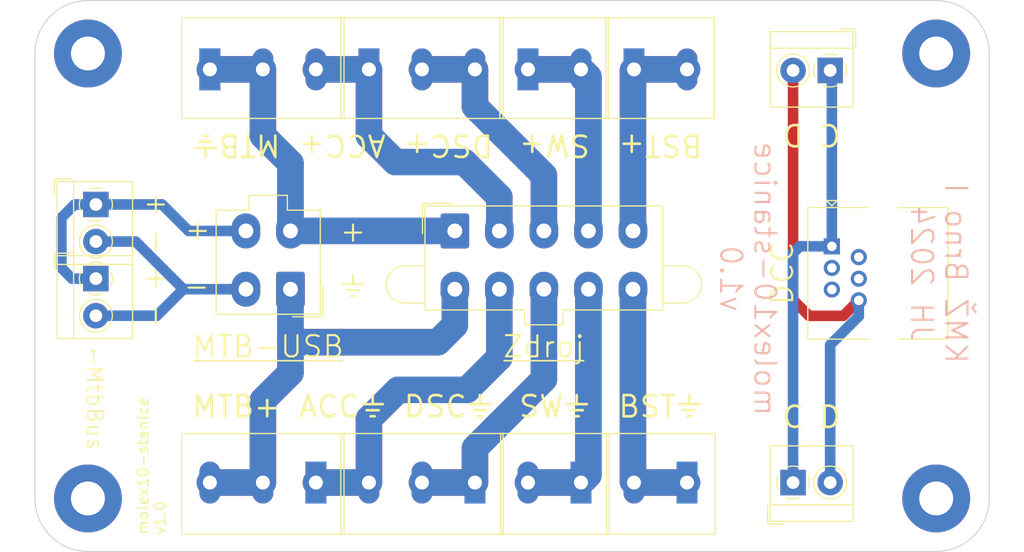
<source format=kicad_pcb>
(kicad_pcb (version 20221018) (generator pcbnew)
  (layers (0 "F.Cu" signal) (31 "B.Cu" signal) (34 "B.Paste" user) (35 "F.Paste" user) (36 "B.SilkS" user "B.Silkscreen") (37 "F.SilkS" user "F.Silkscreen") (38 "B.Mask" user) (39 "F.Mask" user) (44 "Edge.Cuts" user))
  (net 0 "")
  (net 1 "/GND-MTB")
  (net 2 "/ACC")
  (net 3 "/DSC")
  (net 4 "/SWITCH")
  (net 5 "/BOOST+")
  (net 6 "/GND-BOOST")
  (net 7 "/GND-ACC")
  (net 8 "/GND-DSC")
  (net 9 "/MTB")
  (net 10 "/GND-SWITCH")
  (net 11 "/MTBBUS+")
  (net 12 "/MTBBUS-")
  (net 13 "/C")
  (net 18 "/D")
  (footprint "Connector_Molex:Molex_Mini-Fit_Jr_5566-10A2_2x05_P4.20mm_Vertical" (layer "F.Cu") (at 114.1 91.75)
    (fp_text reference "J2" hide)
    (fp_text value "TME 39281103 MOLEX" hide)
    (fp_line (start -4.7 3.28) (end -2.81 3.28) (stroke (width 0.12)) (layer "F.SilkS"))
    (fp_line (start -4.7 6.8) (end -2.81 6.8) (stroke (width 0.12)) (layer "F.SilkS"))
    (fp_line (start -3.05 -2.6) (end -3.05 0.25) (stroke (width 0.12)) (layer "F.SilkS"))
    (fp_line (start -2.81 -2.36) (end -2.81 7.46) (stroke (width 0.12)) (layer "F.SilkS"))
    (fp_line (start -2.81 7.46) (end 6.59 7.46) (stroke (width 0.12)) (layer "F.SilkS"))
    (fp_line (start -0.2 -2.6) (end -3.05 -2.6) (stroke (width 0.12)) (layer "F.SilkS"))
    (fp_line (start 6.59 7.46) (end 6.59 8.86) (stroke (width 0.12)) (layer "F.SilkS"))
    (fp_line (start 6.59 8.86) (end 8.4 8.86) (stroke (width 0.12)) (layer "F.SilkS"))
    (fp_line (start 8.4 -2.36) (end -2.81 -2.36) (stroke (width 0.12)) (layer "F.SilkS"))
    (fp_line (start 8.4 -2.36) (end 19.61 -2.36) (stroke (width 0.12)) (layer "F.SilkS"))
    (fp_line (start 10.21 7.46) (end 10.21 8.86) (stroke (width 0.12)) (layer "F.SilkS"))
    (fp_line (start 10.21 8.86) (end 8.4 8.86) (stroke (width 0.12)) (layer "F.SilkS"))
    (fp_line (start 19.61 -2.36) (end 19.61 7.46) (stroke (width 0.12)) (layer "F.SilkS"))
    (fp_line (start 19.61 7.46) (end 10.21 7.46) (stroke (width 0.12)) (layer "F.SilkS"))
    (fp_line (start 21.5 3.28) (end 19.61 3.28) (stroke (width 0.12)) (layer "F.SilkS"))
    (fp_line (start 21.5 6.8) (end 19.61 6.8) (stroke (width 0.12)) (layer "F.SilkS"))
    (fp_arc (start -4.7 6.8) (mid -6.46 5.04) (end -4.7 3.28) (stroke (width 0.12)) (layer "F.SilkS"))
    (fp_arc (start 21.5 3.28) (mid 23.26 5.04) (end 21.5 6.8) (stroke (width 0.12)) (layer "F.SilkS"))
    (pad "" np_thru_hole circle (at -4.7 5.04) (size 3 3) (drill 3) (layers "*.Cu" "*.Mask"))
    (pad "" np_thru_hole circle (at 21.5 5.04) (size 3 3) (drill 3) (layers "*.Cu" "*.Mask"))
    (pad "1" thru_hole roundrect (at 0 0) (size 2.7 3.3) (drill 1.4) (layers "*.Cu" "*.Mask") (roundrect_rratio 0.092593) (net 1 "/GND-MTB"))
    (pad "2" thru_hole oval (at 4.2 0) (size 2.7 3.3) (drill 1.4) (layers "*.Cu" "*.Mask") (net 2 "/ACC"))
    (pad "3" thru_hole oval (at 8.4 0) (size 2.7 3.3) (drill 1.4) (layers "*.Cu" "*.Mask") (net 3 "/DSC"))
    (pad "4" thru_hole oval (at 12.6 0) (size 2.7 3.3) (drill 1.4) (layers "*.Cu" "*.Mask") (net 4 "/SWITCH"))
    (pad "5" thru_hole oval (at 16.8 0) (size 2.7 3.3) (drill 1.4) (layers "*.Cu" "*.Mask") (net 5 "/BOOST+"))
    (pad "6" thru_hole oval (at 0 5.5) (size 2.7 3.3) (drill 1.4) (layers "*.Cu" "*.Mask") (net 9 "/MTB"))
    (pad "7" thru_hole oval (at 4.2 5.5) (size 2.7 3.3) (drill 1.4) (layers "*.Cu" "*.Mask") (net 7 "/GND-ACC"))
    (pad "8" thru_hole oval (at 8.4 5.5) (size 2.7 3.3) (drill 1.4) (layers "*.Cu" "*.Mask") (net 8 "/GND-DSC"))
    (pad "9" thru_hole oval (at 12.6 5.5) (size 2.7 3.3) (drill 1.4) (layers "*.Cu" "*.Mask") (net 10 "/GND-SWITCH"))
    (pad "10" thru_hole oval (at 16.8 5.5) (size 2.7 3.3) (drill 1.4) (layers "*.Cu" "*.Mask") (net 6 "/GND-BOOST"))
  )
  (footprint "TerminalBlock_4Ucon:TerminalBlock_4Ucon_1x02_P3.50mm_Horizontal" (layer "F.Cu") (at 80.25 89.25 -90)
    (fp_text reference "J10" hide)
    (fp_text value "MV132-3.5-V-L")
    (fp_line (start -2.4 2.16) (end -2.4 3.9) (stroke (width 0.12)) (layer "F.SilkS"))
    (fp_line (start -2.4 3.9) (end -0.9 3.9) (stroke (width 0.12)) (layer "F.SilkS"))
    (fp_line (start -2.16 -3.46) (end -2.16 3.66) (stroke (width 0.12)) (layer "F.SilkS"))
    (fp_line (start -2.16 -3.46) (end 5.66 -3.46) (stroke (width 0.12)) (layer "F.SilkS"))
    (fp_line (start -2.16 2.1) (end 5.66 2.1) (stroke (width 0.12)) (layer "F.SilkS"))
    (fp_line (start -2.16 3.66) (end 5.66 3.66) (stroke (width 0.12)) (layer "F.SilkS"))
    (fp_line (start 5.66 -3.46) (end 5.66 3.66) (stroke (width 0.12)) (layer "F.SilkS"))
    (fp_arc (start -1.432109 0.607742) (mid -1.555727 -0.00014) (end -1.432 -0.608) (stroke (width 0.12)) (layer "F.SilkS"))
    (fp_arc (start -0.607742 -1.432109) (mid 0.00014 -1.555727) (end 0.608 -1.432) (stroke (width 0.12)) (layer "F.SilkS"))
    (fp_arc (start 0.027011 1.555493) (mid -0.296984 1.527118) (end -0.608 1.432) (stroke (width 0.12)) (layer "F.SilkS"))
    (fp_arc (start 0.607587 1.431385) (mid 0.310017 1.523783) (end 0 1.555) (stroke (width 0.12)) (layer "F.SilkS"))
    (fp_arc (start 1.432109 -0.607742) (mid 1.555727 0.00014) (end 1.432 0.608) (stroke (width 0.12)) (layer "F.SilkS"))
    (fp_circle (center 3.5 0) (end 5.055 0) (stroke (width 0.12)) (fill none) (layer "F.SilkS"))
    (pad "1" thru_hole rect (at 0 0 270) (size 2.4 2.4) (drill 1.2) (layers "*.Cu" "*.Mask") (net 11 "/MTBBUS+"))
    (pad "2" thru_hole circle (at 3.5 0 270) (size 2.4 2.4) (drill 1.2) (layers "*.Cu" "*.Mask") (net 12 "/MTBBUS-"))
  )
  (footprint "TerminalBlock_Euroclamp:MVE252-5-V" (layer "F.Cu") (at 133.5 76.5)
    (fp_text reference "J13" hide)
    (fp_text value "MVE252-5-V")
    (fp_line (start -5.15 -4.872) (end 5.07 -4.872) (stroke (width 0.12)) (layer "F.SilkS"))
    (fp_line (start -5.15 4.628) (end -5.15 -4.872) (stroke (width 0.12)) (layer "F.SilkS"))
    (fp_line (start 5.07 -4.872) (end 5.07 4.628) (stroke (width 0.12)) (layer "F.SilkS"))
    (fp_line (start 5.07 4.628) (end -5.15 4.628) (stroke (width 0.12)) (layer "F.SilkS"))
    (pad "1" thru_hole rect (at -2.5 0) (size 1.98 3.96) (drill 1.32) (layers "*.Cu" "*.Mask") (net 5 "/BOOST+"))
    (pad "2" thru_hole oval (at 2.5 0) (size 1.98 3.96) (drill 1.32) (layers "*.Cu" "*.Mask") (net 5 "/BOOST+"))
  )
  (footprint "TerminalBlock_Euroclamp:MVE252-5-V" (layer "F.Cu") (at 123.5 76.5)
    (fp_text reference "J4" hide)
    (fp_text value "MVE252-5-V" hide)
    (fp_line (start -5.15 -4.872) (end 5.07 -4.872) (stroke (width 0.12)) (layer "F.SilkS"))
    (fp_line (start -5.15 4.628) (end -5.15 -4.872) (stroke (width 0.12)) (layer "F.SilkS"))
    (fp_line (start 5.07 -4.872) (end 5.07 4.628) (stroke (width 0.12)) (layer "F.SilkS"))
    (fp_line (start 5.07 4.628) (end -5.15 4.628) (stroke (width 0.12)) (layer "F.SilkS"))
    (pad "1" thru_hole rect (at -2.5 0) (size 1.98 3.96) (drill 1.32) (layers "*.Cu" "*.Mask") (net 4 "/SWITCH"))
    (pad "2" thru_hole oval (at 2.5 0) (size 1.98 3.96) (drill 1.32) (layers "*.Cu" "*.Mask") (net 4 "/SWITCH"))
  )
  (footprint "TerminalBlock_Euroclamp:MVE252-5-V" (layer "F.Cu") (at 133.5 115.5 180)
    (fp_text reference "J15" hide)
    (fp_text value "MVE252-5-V")
    (fp_line (start -5.15 -4.872) (end 5.07 -4.872) (stroke (width 0.12)) (layer "F.SilkS"))
    (fp_line (start -5.15 4.628) (end -5.15 -4.872) (stroke (width 0.12)) (layer "F.SilkS"))
    (fp_line (start 5.07 -4.872) (end 5.07 4.628) (stroke (width 0.12)) (layer "F.SilkS"))
    (fp_line (start 5.07 4.628) (end -5.15 4.628) (stroke (width 0.12)) (layer "F.SilkS"))
    (pad "1" thru_hole rect (at -2.5 0 180) (size 1.98 3.96) (drill 1.32) (layers "*.Cu" "*.Mask") (net 6 "/GND-BOOST"))
    (pad "2" thru_hole oval (at 2.5 0 180) (size 1.98 3.96) (drill 1.32) (layers "*.Cu" "*.Mask") (net 6 "/GND-BOOST"))
  )
  (footprint "TerminalBlock_4Ucon:TerminalBlock_4Ucon_1x02_P3.50mm_Horizontal" (layer "F.Cu") (at 146 115.5)
    (fp_text reference "J8" hide)
    (fp_text value "MV132-3.5-V-L")
    (fp_line (start -2.4 2.16) (end -2.4 3.9) (stroke (width 0.12)) (layer "F.SilkS"))
    (fp_line (start -2.4 3.9) (end -0.9 3.9) (stroke (width 0.12)) (layer "F.SilkS"))
    (fp_line (start -2.16 -3.46) (end -2.16 3.66) (stroke (width 0.12)) (layer "F.SilkS"))
    (fp_line (start -2.16 -3.46) (end 5.66 -3.46) (stroke (width 0.12)) (layer "F.SilkS"))
    (fp_line (start -2.16 2.1) (end 5.66 2.1) (stroke (width 0.12)) (layer "F.SilkS"))
    (fp_line (start -2.16 3.66) (end 5.66 3.66) (stroke (width 0.12)) (layer "F.SilkS"))
    (fp_line (start 5.66 -3.46) (end 5.66 3.66) (stroke (width 0.12)) (layer "F.SilkS"))
    (fp_arc (start -1.432109 0.607742) (mid -1.555727 -0.00014) (end -1.432 -0.608) (stroke (width 0.12)) (layer "F.SilkS"))
    (fp_arc (start -0.607742 -1.432109) (mid 0.00014 -1.555727) (end 0.608 -1.432) (stroke (width 0.12)) (layer "F.SilkS"))
    (fp_arc (start 0.027011 1.555493) (mid -0.296984 1.527118) (end -0.608 1.432) (stroke (width 0.12)) (layer "F.SilkS"))
    (fp_arc (start 0.607587 1.431385) (mid 0.310017 1.523783) (end 0 1.555) (stroke (width 0.12)) (layer "F.SilkS"))
    (fp_arc (start 1.432109 -0.607742) (mid 1.555727 0.00014) (end 1.432 0.608) (stroke (width 0.12)) (layer "F.SilkS"))
    (fp_circle (center 3.5 0) (end 5.055 0) (stroke (width 0.12)) (fill none) (layer "F.SilkS"))
    (pad "1" thru_hole rect (at 0 0) (size 2.4 2.4) (drill 1.2) (layers "*.Cu" "*.Mask") (net 13 "/C"))
    (pad "2" thru_hole circle (at 3.5 0) (size 2.4 2.4) (drill 1.2) (layers "*.Cu" "*.Mask") (net 18 "/D"))
  )
  (footprint "MountingHole:MountingHole_3.2mm_M3_Pad" (layer "F.Cu") (at 79.5 75)
    (fp_text reference "H1" hide)
    (fp_text value "MountingHole-3.2mm")
    (pad "1" thru_hole circle (at 0 0) (size 6.4 6.4) (drill 3.2) (layers "*.Cu" "*.Mask"))
  )
  (footprint "TerminalBlock_4Ucon:TerminalBlock_4Ucon_1x02_P3.50mm_Horizontal" (layer "F.Cu") (at 149.5 76.6 180)
    (fp_text reference "J9" hide)
    (fp_text value "MV132-3.5-V-L")
    (fp_line (start -2.4 2.16) (end -2.4 3.9) (stroke (width 0.12)) (layer "F.SilkS"))
    (fp_line (start -2.4 3.9) (end -0.9 3.9) (stroke (width 0.12)) (layer "F.SilkS"))
    (fp_line (start -2.16 -3.46) (end -2.16 3.66) (stroke (width 0.12)) (layer "F.SilkS"))
    (fp_line (start -2.16 -3.46) (end 5.66 -3.46) (stroke (width 0.12)) (layer "F.SilkS"))
    (fp_line (start -2.16 2.1) (end 5.66 2.1) (stroke (width 0.12)) (layer "F.SilkS"))
    (fp_line (start -2.16 3.66) (end 5.66 3.66) (stroke (width 0.12)) (layer "F.SilkS"))
    (fp_line (start 5.66 -3.46) (end 5.66 3.66) (stroke (width 0.12)) (layer "F.SilkS"))
    (fp_arc (start -1.432109 0.607742) (mid -1.555727 -0.00014) (end -1.432 -0.608) (stroke (width 0.12)) (layer "F.SilkS"))
    (fp_arc (start -0.607742 -1.432109) (mid 0.00014 -1.555727) (end 0.608 -1.432) (stroke (width 0.12)) (layer "F.SilkS"))
    (fp_arc (start 0.027011 1.555493) (mid -0.296984 1.527118) (end -0.608 1.432) (stroke (width 0.12)) (layer "F.SilkS"))
    (fp_arc (start 0.607587 1.431385) (mid 0.310017 1.523783) (end 0 1.555) (stroke (width 0.12)) (layer "F.SilkS"))
    (fp_arc (start 1.432109 -0.607742) (mid 1.555727 0.00014) (end 1.432 0.608) (stroke (width 0.12)) (layer "F.SilkS"))
    (fp_circle (center 3.5 0) (end 5.055 0) (stroke (width 0.12)) (fill none) (layer "F.SilkS"))
    (pad "1" thru_hole rect (at 0 0 180) (size 2.4 2.4) (drill 1.2) (layers "*.Cu" "*.Mask") (net 13 "/C"))
    (pad "2" thru_hole circle (at 3.5 0 180) (size 2.4 2.4) (drill 1.2) (layers "*.Cu" "*.Mask") (net 18 "/D"))
  )
  (footprint "TerminalBlock_Euroclamp:MVE252-5-V" (layer "F.Cu") (at 123.5 115.5 180)
    (fp_text reference "J14" hide)
    (fp_text value "MVE252-5-V")
    (fp_line (start -5.15 -4.872) (end 5.07 -4.872) (stroke (width 0.12)) (layer "F.SilkS"))
    (fp_line (start -5.15 4.628) (end -5.15 -4.872) (stroke (width 0.12)) (layer "F.SilkS"))
    (fp_line (start 5.07 -4.872) (end 5.07 4.628) (stroke (width 0.12)) (layer "F.SilkS"))
    (fp_line (start 5.07 4.628) (end -5.15 4.628) (stroke (width 0.12)) (layer "F.SilkS"))
    (pad "1" thru_hole rect (at -2.5 0 180) (size 1.98 3.96) (drill 1.32) (layers "*.Cu" "*.Mask") (net 10 "/GND-SWITCH"))
    (pad "2" thru_hole oval (at 2.5 0 180) (size 1.98 3.96) (drill 1.32) (layers "*.Cu" "*.Mask") (net 10 "/GND-SWITCH"))
  )
  (footprint "TerminalBlock_Euroclamp:MVE253-5-V" (layer "F.Cu") (at 96 76.5)
    (fp_text reference "J1" hide)
    (fp_text value "MVE253-5-V" hide)
    (fp_line (start -7.65 -4.872) (end 7.65 -4.872) (stroke (width 0.12)) (layer "F.SilkS"))
    (fp_line (start -7.65 4.628) (end -7.65 -4.872) (stroke (width 0.12)) (layer "F.SilkS"))
    (fp_line (start 7.65 -4.872) (end 7.65 4.628) (stroke (width 0.12)) (layer "F.SilkS"))
    (fp_line (start 7.65 4.628) (end -7.65 4.628) (stroke (width 0.12)) (layer "F.SilkS"))
    (pad "1" thru_hole rect (at -5 0) (size 1.98 3.96) (drill 1.32) (layers "*.Cu" "*.Mask") (net 1 "/GND-MTB"))
    (pad "2" thru_hole oval (at 0 0) (size 1.98 3.96) (drill 1.32) (layers "*.Cu" "*.Mask") (net 1 "/GND-MTB"))
    (pad "3" thru_hole oval (at 5 0) (size 1.98 3.96) (drill 1.32) (layers "*.Cu" "*.Mask") (net 2 "/ACC"))
  )
  (footprint "TerminalBlock_Euroclamp:MVE253-5-V" (layer "F.Cu") (at 96 115.5 180)
    (fp_text reference "J3" hide)
    (fp_text value "MVE253-5-V")
    (fp_line (start -7.65 -4.872) (end 7.65 -4.872) (stroke (width 0.12)) (layer "F.SilkS"))
    (fp_line (start -7.65 4.628) (end -7.65 -4.872) (stroke (width 0.12)) (layer "F.SilkS"))
    (fp_line (start 7.65 -4.872) (end 7.65 4.628) (stroke (width 0.12)) (layer "F.SilkS"))
    (fp_line (start 7.65 4.628) (end -7.65 4.628) (stroke (width 0.12)) (layer "F.SilkS"))
    (pad "1" thru_hole rect (at -5 0 180) (size 1.98 3.96) (drill 1.32) (layers "*.Cu" "*.Mask") (net 7 "/GND-ACC"))
    (pad "2" thru_hole oval (at 0 0 180) (size 1.98 3.96) (drill 1.32) (layers "*.Cu" "*.Mask") (net 9 "/MTB"))
    (pad "3" thru_hole oval (at 5 0 180) (size 1.98 3.96) (drill 1.32) (layers "*.Cu" "*.Mask") (net 9 "/MTB"))
  )
  (footprint "Connector_Molex:Molex_Mini-Fit_Jr_5566-04A_2x02_P4.20mm_Vertical" (layer "F.Cu") (at 98.6 97.25 180)
    (fp_text reference "J6" hide)
    (fp_text value "TME 39281043 MOLEX")
    (fp_line (start -3.05 -2.6) (end -3.05 0.25) (stroke (width 0.12)) (layer "F.SilkS"))
    (fp_line (start -2.81 -2.36) (end -2.81 7.46) (stroke (width 0.12)) (layer "F.SilkS"))
    (fp_line (start -2.81 7.46) (end 0.29 7.46) (stroke (width 0.12)) (layer "F.SilkS"))
    (fp_line (start -0.2 -2.6) (end -3.05 -2.6) (stroke (width 0.12)) (layer "F.SilkS"))
    (fp_line (start 0.29 7.46) (end 0.29 8.86) (stroke (width 0.12)) (layer "F.SilkS"))
    (fp_line (start 0.29 8.86) (end 2.1 8.86) (stroke (width 0.12)) (layer "F.SilkS"))
    (fp_line (start 2.1 -2.36) (end -2.81 -2.36) (stroke (width 0.12)) (layer "F.SilkS"))
    (fp_line (start 2.1 -2.36) (end 7.01 -2.36) (stroke (width 0.12)) (layer "F.SilkS"))
    (fp_line (start 3.91 7.46) (end 3.91 8.86) (stroke (width 0.12)) (layer "F.SilkS"))
    (fp_line (start 3.91 8.86) (end 2.1 8.86) (stroke (width 0.12)) (layer "F.SilkS"))
    (fp_line (start 7.01 -2.36) (end 7.01 7.46) (stroke (width 0.12)) (layer "F.SilkS"))
    (fp_line (start 7.01 7.46) (end 3.91 7.46) (stroke (width 0.12)) (layer "F.SilkS"))
    (pad "1" thru_hole roundrect (at 0 0 180) (size 2.7 3.3) (drill 1.4) (layers "*.Cu" "*.Mask") (roundrect_rratio 0.092593) (net 9 "/MTB"))
    (pad "2" thru_hole oval (at 4.2 0 180) (size 2.7 3.3) (drill 1.4) (layers "*.Cu" "*.Mask") (net 12 "/MTBBUS-"))
    (pad "3" thru_hole oval (at 0 5.5 180) (size 2.7 3.3) (drill 1.4) (layers "*.Cu" "*.Mask") (net 1 "/GND-MTB"))
    (pad "4" thru_hole oval (at 4.2 5.5 180) (size 2.7 3.3) (drill 1.4) (layers "*.Cu" "*.Mask") (net 11 "/MTBBUS+"))
  )
  (footprint "MountingHole:MountingHole_3.2mm_M3_Pad" (layer "F.Cu") (at 159.5 75)
    (fp_text reference "H4" hide)
    (fp_text value "MountingHole-3.2mm")
    (pad "1" thru_hole circle (at 0 0) (size 6.4 6.4) (drill 3.2) (layers "*.Cu" "*.Mask"))
  )
  (footprint "TerminalBlock_Euroclamp:MVE253-5-V" (layer "F.Cu") (at 111 115.5 180)
    (fp_text reference "J5" hide)
    (fp_text value "MVE253-5-V" hide)
    (fp_line (start -7.65 -4.872) (end 7.65 -4.872) (stroke (width 0.12)) (layer "F.SilkS"))
    (fp_line (start -7.65 4.628) (end -7.65 -4.872) (stroke (width 0.12)) (layer "F.SilkS"))
    (fp_line (start 7.65 -4.872) (end 7.65 4.628) (stroke (width 0.12)) (layer "F.SilkS"))
    (fp_line (start 7.65 4.628) (end -7.65 4.628) (stroke (width 0.12)) (layer "F.SilkS"))
    (pad "1" thru_hole rect (at -5 0 180) (size 1.98 3.96) (drill 1.32) (layers "*.Cu" "*.Mask") (net 8 "/GND-DSC"))
    (pad "2" thru_hole oval (at 0 0 180) (size 1.98 3.96) (drill 1.32) (layers "*.Cu" "*.Mask") (net 8 "/GND-DSC"))
    (pad "3" thru_hole oval (at 5 0 180) (size 1.98 3.96) (drill 1.32) (layers "*.Cu" "*.Mask") (net 7 "/GND-ACC"))
  )
  (footprint "TerminalBlock_4Ucon:TerminalBlock_4Ucon_1x02_P3.50mm_Horizontal" (layer "F.Cu") (at 80.25 96.25 -90)
    (fp_text reference "J11" hide)
    (fp_text value "MV132-3.5-V-L")
    (fp_line (start -2.4 2.16) (end -2.4 3.9) (stroke (width 0.12)) (layer "F.SilkS"))
    (fp_line (start -2.4 3.9) (end -0.9 3.9) (stroke (width 0.12)) (layer "F.SilkS"))
    (fp_line (start -2.16 -3.46) (end -2.16 3.66) (stroke (width 0.12)) (layer "F.SilkS"))
    (fp_line (start -2.16 -3.46) (end 5.66 -3.46) (stroke (width 0.12)) (layer "F.SilkS"))
    (fp_line (start -2.16 2.1) (end 5.66 2.1) (stroke (width 0.12)) (layer "F.SilkS"))
    (fp_line (start -2.16 3.66) (end 5.66 3.66) (stroke (width 0.12)) (layer "F.SilkS"))
    (fp_line (start 5.66 -3.46) (end 5.66 3.66) (stroke (width 0.12)) (layer "F.SilkS"))
    (fp_arc (start -1.432109 0.607742) (mid -1.555727 -0.00014) (end -1.432 -0.608) (stroke (width 0.12)) (layer "F.SilkS"))
    (fp_arc (start -0.607742 -1.432109) (mid 0.00014 -1.555727) (end 0.608 -1.432) (stroke (width 0.12)) (layer "F.SilkS"))
    (fp_arc (start 0.027011 1.555493) (mid -0.296984 1.527118) (end -0.608 1.432) (stroke (width 0.12)) (layer "F.SilkS"))
    (fp_arc (start 0.607587 1.431385) (mid 0.310017 1.523783) (end 0 1.555) (stroke (width 0.12)) (layer "F.SilkS"))
    (fp_arc (start 1.432109 -0.607742) (mid 1.555727 0.00014) (end 1.432 0.608) (stroke (width 0.12)) (layer "F.SilkS"))
    (fp_circle (center 3.5 0) (end 5.055 0) (stroke (width 0.12)) (fill none) (layer "F.SilkS"))
    (pad "1" thru_hole rect (at 0 0 270) (size 2.4 2.4) (drill 1.2) (layers "*.Cu" "*.Mask") (net 11 "/MTBBUS+"))
    (pad "2" thru_hole circle (at 3.5 0 270) (size 2.4 2.4) (drill 1.2) (layers "*.Cu" "*.Mask") (net 12 "/MTBBUS-"))
  )
  (footprint "MountingHole:MountingHole_3.2mm_M3_Pad" (layer "F.Cu") (at 159.5 117)
    (fp_text reference "H2" hide)
    (fp_text value "MountingHole-3.2mm")
    (pad "1" thru_hole circle (at 0 0) (size 6.4 6.4) (drill 3.2) (layers "*.Cu" "*.Mask"))
  )
  (footprint "TerminalBlock_Euroclamp:MVE253-5-V" (layer "F.Cu") (at 111 76.5)
    (fp_text reference "J12" hide)
    (fp_text value "MVE253-5-V")
    (fp_line (start -7.65 -4.872) (end 7.65 -4.872) (stroke (width 0.12)) (layer "F.SilkS"))
    (fp_line (start -7.65 4.628) (end -7.65 -4.872) (stroke (width 0.12)) (layer "F.SilkS"))
    (fp_line (start 7.65 -4.872) (end 7.65 4.628) (stroke (width 0.12)) (layer "F.SilkS"))
    (fp_line (start 7.65 4.628) (end -7.65 4.628) (stroke (width 0.12)) (layer "F.SilkS"))
    (pad "1" thru_hole rect (at -5 0) (size 1.98 3.96) (drill 1.32) (layers "*.Cu" "*.Mask") (net 2 "/ACC"))
    (pad "2" thru_hole oval (at 0 0) (size 1.98 3.96) (drill 1.32) (layers "*.Cu" "*.Mask") (net 3 "/DSC"))
    (pad "3" thru_hole oval (at 5 0) (size 1.98 3.96) (drill 1.32) (layers "*.Cu" "*.Mask") (net 3 "/DSC"))
  )
  (footprint "MountingHole:MountingHole_3.2mm_M3_Pad" (layer "F.Cu") (at 79.5 117)
    (fp_text reference "H3" hide)
    (fp_text value "MountingHole-3.2mm")
    (pad "1" thru_hole circle (at 0 0) (size 6.4 6.4) (drill 3.2) (layers "*.Cu" "*.Mask"))
  )
  (footprint "Connector_RJ:RJ25_Wayconn_MJEA-660X1_Horizontal" (layer "F.Cu") (at 149.66 93.2 90)
    (fp_text reference "J7" hide)
    (fp_text value "RJ12")
    (fp_line (start -8.76 -2.27) (end -8.76 3.47) (stroke (width 0.12)) (layer "F.SilkS"))
    (fp_line (start -8.76 -2.27) (end 3.66 -2.27) (stroke (width 0.12)) (layer "F.SilkS"))
    (fp_line (start -8.76 6.22) (end -8.76 10.95) (stroke (width 0.12)) (layer "F.SilkS"))
    (fp_line (start -8.76 10.95) (end 3.66 10.95) (stroke (width 0.12)) (layer "F.SilkS"))
    (fp_line (start 3.66 -2.27) (end 3.66 3.47) (stroke (width 0.12)) (layer "F.SilkS"))
    (fp_line (start 3.66 6.22) (end 3.66 10.95) (stroke (width 0.12)) (layer "F.SilkS"))
    (fp_line (start 3.82 0) (end 4.32 0.5) (stroke (width 0.12)) (layer "F.SilkS"))
    (fp_line (start 4.32 -0.5) (end 3.82 0) (stroke (width 0.12)) (layer "F.SilkS"))
    (fp_line (start 4.32 -0.5) (end 4.32 0.5) (stroke (width 0.12)) (layer "F.SilkS"))
    (pad "" np_thru_hole circle (at -8.55 4.84 90) (size 2.3 2.3) (drill 2.3) (layers "*.Cu" "*.Mask"))
    (pad "" np_thru_hole circle (at 3.45 4.84 90) (size 2.3 2.3) (drill 2.3) (layers "*.Cu" "*.Mask"))
    (pad "1" thru_hole rect (at 0 0 90) (size 1.52 1.52) (drill 0.9) (layers "*.Cu" "*.Mask") (net 13 "/C"))
    (pad "2" thru_hole circle (at -1.02 2.54 90) (size 1.52 1.52) (drill 0.9) (layers "*.Cu" "*.Mask"))
    (pad "3" thru_hole circle (at -2.04 0 90) (size 1.52 1.52) (drill 0.9) (layers "*.Cu" "*.Mask"))
    (pad "4" thru_hole circle (at -3.06 2.54 90) (size 1.52 1.52) (drill 0.9) (layers "*.Cu" "*.Mask"))
    (pad "5" thru_hole circle (at -4.08 0 90) (size 1.52 1.52) (drill 0.9) (layers "*.Cu" "*.Mask"))
    (pad "6" thru_hole circle (at -5.1 2.54 90) (size 1.52 1.52) (drill 0.9) (layers "*.Cu" "*.Mask") (net 18 "/D"))
  )
  (gr_line (start 89.5 104) (end 103.5 104) (stroke (width 0.15)) (layer "F.SilkS"))
  (gr_line (start 118.75 104) (end 126.25 104) (stroke (width 0.15)) (layer "F.SilkS"))
  (gr_arc (start 159.5 70) (mid 163.035534 71.464466) (end 164.5 75) (stroke (width 0.1)) (layer "Edge.Cuts"))
  (gr_arc (start 74.5 75) (mid 75.964466 71.464466) (end 79.5 70) (stroke (width 0.1)) (layer "Edge.Cuts"))
  (gr_line (start 159.5 122) (end 79.5 122) (stroke (width 0.1)) (layer "Edge.Cuts"))
  (gr_line (start 74.5 117) (end 74.5 75) (stroke (width 0.1)) (layer "Edge.Cuts"))
  (gr_line (start 79.5 70) (end 159.5 70) (stroke (width 0.1)) (layer "Edge.Cuts"))
  (gr_line (start 164.5 75) (end 164.5 117) (stroke (width 0.1)) (layer "Edge.Cuts"))
  (gr_arc (start 79.5 122) (mid 75.964466 120.535534) (end 74.5 117) (stroke (width 0.1)) (layer "Edge.Cuts"))
  (gr_arc (start 164.5 117) (mid 163.035534 120.535534) (end 159.5 122) (stroke (width 0.1)) (layer "Edge.Cuts"))
  (gr_text "KMŽ Brno I\nJH 2024" (at 159.75 95.75 270) (layer "B.SilkS") (effects (font (size 2 2) (thickness 0.2)) (justify mirror)))
  (gr_text "molex10-stanice\nv1.0" (at 141.75 96.25 270) (layer "B.SilkS") (effects (font (size 2 2) (thickness 0.2)) (justify mirror)))
  (gr_text "+" (at 85.75 89.25 90) (layer "F.SilkS") (effects (font (size 2 2) (thickness 0.2))))
  (gr_text "+" (at 85.75 96.25 90) (layer "F.SilkS") (effects (font (size 2 2) (thickness 0.2))))
  (gr_text "-" (at 89.75 97.25 180) (layer "F.SilkS") (effects (font (size 2 2) (thickness 0.2))))
  (gr_text "DCC" (at 145 95.75 90) (layer "F.SilkS") (effects (font (size 2 2) (thickness 0.2))))
  (gr_text "ACC⏚" (at 103.5 109.5) (layer "F.SilkS") (effects (font (size 2 2) (thickness 0.25)) (justify bottom)))
  (gr_text "MTB⏚" (at 93.5 82.5 180) (layer "F.SilkS") (effects (font (size 2 2) (thickness 0.25)) (justify bottom)))
  (gr_text "DSC+" (at 113.5 82.5 180) (layer "F.SilkS") (effects (font (size 2 2) (thickness 0.25)) (justify bottom)))
  (gr_text "MTB+" (at 93.5 109.5) (layer "F.SilkS") (effects (font (size 2 2) (thickness 0.25)) (justify bottom)))
  (gr_text "D" (at 146 81.5 180) (layer "F.SilkS") (effects (font (size 2 2) (thickness 0.25)) (justify bottom)))
  (gr_text "BST⏚" (at 133.5 109.5) (layer "F.SilkS") (effects (font (size 2 2) (thickness 0.25)) (justify bottom)))
  (gr_text "BST+" (at 133.5 82.5 180) (layer "F.SilkS") (effects (font (size 2 2) (thickness 0.25)) (justify bottom)))
  (gr_text "MTB-USB" (at 96.5 101.5) (layer "F.SilkS") (effects (font (size 2 2) (thickness 0.2)) (justify top)))
  (gr_text "←MtbBus" (at 80.15 102.5 270) (layer "F.SilkS") (effects (font (size 1.5 1.5)) (justify left)))
  (gr_text "SW+" (at 123.5 82.5 180) (layer "F.SilkS") (effects (font (size 2 2) (thickness 0.25)) (justify bottom)))
  (gr_text "Zdroj" (at 122.5 101.5) (layer "F.SilkS") (effects (font (size 2 2) (thickness 0.2)) (justify top)))
  (gr_text "+" (at 104.5 91.75) (layer "F.SilkS") (effects (font (size 2 2) (thickness 0.2))))
  (gr_text "molex10-stanice\nv1.0" (at 85.5 120.5 90) (layer "F.SilkS") (effects (font (size 1 1)) (justify left)))
  (gr_text "D" (at 149.5 110.5) (layer "F.SilkS") (effects (font (size 2 2) (thickness 0.25)) (justify bottom)))
  (gr_text "SW⏚" (at 123.5 109.5) (layer "F.SilkS") (effects (font (size 2 2) (thickness 0.25)) (justify bottom)))
  (gr_text "C" (at 149.5 81.5 180) (layer "F.SilkS") (effects (font (size 2 2) (thickness 0.25)) (justify bottom)))
  (gr_text "⏚" (at 104.5 97) (layer "F.SilkS") (effects (font (size 2 2) (thickness 0.2))))
  (gr_text "ACC+" (at 103.5 82.5 180) (layer "F.SilkS") (effects (font (size 2 2) (thickness 0.25)) (justify bottom)))
  (gr_text "+" (at 90 91.75 -90) (layer "F.SilkS") (effects (font (size 2 2) (thickness 0.2))))
  (gr_text "-" (at 85.75 92.75 90) (layer "F.SilkS") (effects (font (size 2 2) (thickness 0.2))))
  (gr_text "DSC⏚" (at 113.5 109.5) (layer "F.SilkS") (effects (font (size 2 2) (thickness 0.25)) (justify bottom)))
  (gr_text "-" (at 85.75 99.75 90) (layer "F.SilkS") (effects (font (size 2 2) (thickness 0.2))))
  (gr_text "C" (at 146 110.5) (layer "F.SilkS") (effects (font (size 2 2) (thickness 0.25)) (justify bottom)))
  (segment (start 98.6 85.35) (end 96 82.75) (width 2.5) (layer "F.Cu") (net 1))
  (segment (start 114.1 91.75) (end 98.6 91.75) (width 2.5) (layer "F.Cu") (net 1))
  (segment (start 96 82.75) (end 96 76.5) (width 2.5) (layer "F.Cu") (net 1))
  (segment (start 91 76.5) (end 96 76.5) (width 2.5) (layer "F.Cu") (net 1))
  (segment (start 98.6 91.75) (end 98.6 85.35) (width 2.5) (layer "F.Cu") (net 1))
  (segment (start 114.1 91.75) (end 98.6 91.75) (width 2.5) (layer "B.Cu") (net 1))
  (segment (start 98.6 91.75) (end 98.6 85.35) (width 2.5) (layer "B.Cu") (net 1))
  (segment (start 96 82.75) (end 96 76.5) (width 2.5) (layer "B.Cu") (net 1))
  (segment (start 91 76.5) (end 96 76.5) (width 2.5) (layer "B.Cu") (net 1))
  (segment (start 98.6 85.35) (end 96 82.75) (width 2.5) (layer "B.Cu") (net 1))
  (segment (start 118.3 88.55) (end 115 85.25) (width 2.5) (layer "F.Cu") (net 2))
  (segment (start 115 85.25) (end 108.5 85.25) (width 2.5) (layer "F.Cu") (net 2))
  (segment (start 106 82.75) (end 106 76.5) (width 2.5) (layer "F.Cu") (net 2))
  (segment (start 108.5 85.25) (end 106 82.75) (width 2.5) (layer "F.Cu") (net 2))
  (segment (start 101 76.5) (end 106 76.5) (width 2.5) (layer "F.Cu") (net 2))
  (segment (start 118.3 91.75) (end 118.3 88.55) (width 2.5) (layer "F.Cu") (net 2))
  (segment (start 106 82.75) (end 106 76.5) (width 2.5) (layer "B.Cu") (net 2))
  (segment (start 108.5 85.25) (end 106 82.75) (width 2.5) (layer "B.Cu") (net 2))
  (segment (start 118.3 88.55) (end 115 85.25) (width 2.5) (layer "B.Cu") (net 2))
  (segment (start 115 85.25) (end 108.5 85.25) (width 2.5) (layer "B.Cu") (net 2))
  (segment (start 118.3 91.75) (end 118.3 88.55) (width 2.5) (layer "B.Cu") (net 2))
  (segment (start 101 76.5) (end 106 76.5) (width 2.5) (layer "B.Cu") (net 2))
  (segment (start 122.5 86.5) (end 116 80) (width 2.5) (layer "F.Cu") (net 3))
  (segment (start 116 80) (end 116 76.5) (width 2.5) (layer "F.Cu") (net 3))
  (segment (start 122.5 91.75) (end 122.5 86.5) (width 2.5) (layer "F.Cu") (net 3))
  (segment (start 111 76.5) (end 116 76.5) (width 2.5) (layer "F.Cu") (net 3))
  (segment (start 111 76.5) (end 116 76.5) (width 2.5) (layer "B.Cu") (net 3))
  (segment (start 116 80) (end 116 76.5) (width 2.5) (layer "B.Cu") (net 3))
  (segment (start 122.5 91.75) (end 122.5 86.5) (width 2.5) (layer "B.Cu") (net 3))
  (segment (start 122.5 86.5) (end 116 80) (width 2.5) (layer "B.Cu") (net 3))
  (segment (start 121 76.5) (end 126 76.5) (width 2.5) (layer "F.Cu") (net 4))
  (segment (start 126.7 91.75) (end 126.7 77.2) (width 2.5) (layer "F.Cu") (net 4))
  (segment (start 126.7 77.2) (end 126 76.5) (width 2.5) (layer "F.Cu") (net 4))
  (segment (start 126.7 91.75) (end 126.7 77.2) (width 2.5) (layer "B.Cu") (net 4))
  (segment (start 121 76.5) (end 126 76.5) (width 2.5) (layer "B.Cu") (net 4))
  (segment (start 126.7 77.2) (end 126 76.5) (width 2.5) (layer "B.Cu") (net 4))
  (segment (start 130.9 76.6) (end 131 76.5) (width 2.5) (layer "F.Cu") (net 5))
  (segment (start 131 76.5) (end 136 76.5) (width 2.5) (layer "F.Cu") (net 5))
  (segment (start 130.9 91.75) (end 130.9 76.6) (width 2.5) (layer "F.Cu") (net 5))
  (segment (start 130.9 76.6) (end 131 76.5) (width 2.5) (layer "B.Cu") (net 5))
  (segment (start 131 76.5) (end 136 76.5) (width 2.5) (layer "B.Cu") (net 5))
  (segment (start 130.9 91.75) (end 130.9 76.6) (width 2.5) (layer "B.Cu") (net 5))
  (segment (start 136 115.5) (end 131.75 115.5) (width 2.5) (layer "F.Cu") (net 6))
  (segment (start 130.9 97.25) (end 130.9 115.4) (width 2.5) (layer "F.Cu") (net 6))
  (segment (start 130.9 115.4) (end 131 115.5) (width 2.5) (layer "F.Cu") (net 6))
  (segment (start 130.9 115.4) (end 131 115.5) (width 2.5) (layer "B.Cu") (net 6))
  (segment (start 130.9 97.25) (end 130.9 115.4) (width 2.5) (layer "B.Cu") (net 6))
  (segment (start 136 115.5) (end 131.75 115.5) (width 2.5) (layer "B.Cu") (net 6))
  (segment (start 115.25 106.75) (end 108.75 106.75) (width 2.5) (layer "F.Cu") (net 7))
  (segment (start 118.3 103.7) (end 115.25 106.75) (width 2.5) (layer "F.Cu") (net 7))
  (segment (start 106 109.5) (end 106 115.5) (width 2.5) (layer "F.Cu") (net 7))
  (segment (start 101 115.5) (end 106 115.5) (width 2.5) (layer "F.Cu") (net 7))
  (segment (start 118.3 97.25) (end 118.3 103.7) (width 2.5) (layer "F.Cu") (net 7))
  (segment (start 108.75 106.75) (end 106 109.5) (width 2.5) (layer "F.Cu") (net 7))
  (segment (start 101 115.5) (end 106 115.5) (width 2.5) (layer "B.Cu") (net 7))
  (segment (start 106 109.5) (end 106 115.5) (width 2.5) (layer "B.Cu") (net 7))
  (segment (start 108.75 106.75) (end 106 109.5) (width 2.5) (layer "B.Cu") (net 7))
  (segment (start 115.25 106.75) (end 108.75 106.75) (width 2.5) (layer "B.Cu") (net 7))
  (segment (start 118.3 103.7) (end 115.25 106.75) (width 2.5) (layer "B.Cu") (net 7))
  (segment (start 118.3 97.25) (end 118.3 103.7) (width 2.5) (layer "B.Cu") (net 7))
  (segment (start 122.5 97.25) (end 122.5 105.75) (width 2.5) (layer "F.Cu") (net 8))
  (segment (start 111 115.5) (end 116 115.5) (width 2.5) (layer "F.Cu") (net 8))
  (segment (start 122.5 105.75) (end 116 112.25) (width 2.5) (layer "F.Cu") (net 8))
  (segment (start 116 112.25) (end 116 115.5) (width 2.5) (layer "F.Cu") (net 8))
  (segment (start 116 112.25) (end 116 115.5) (width 2.5) (layer "B.Cu") (net 8))
  (segment (start 122.5 105.75) (end 116 112.25) (width 2.5) (layer "B.Cu") (net 8))
  (segment (start 122.5 97.25) (end 122.5 105.75) (width 2.5) (layer "B.Cu") (net 8))
  (segment (start 111 115.5) (end 116 115.5) (width 2.5) (layer "B.Cu") (net 8))
  (segment (start 96 115.5) (end 96 107.75) (width 2.5) (layer "F.Cu") (net 9))
  (segment (start 98.6 105.15) (end 98.6 102.25) (width 2.5) (layer "F.Cu") (net 9))
  (segment (start 114.1 100.65) (end 112.5 102.25) (width 2.5) (layer "F.Cu") (net 9))
  (segment (start 96 107.75) (end 98.6 105.15) (width 2.5) (layer "F.Cu") (net 9))
  (segment (start 96 115.5) (end 91 115.5) (width 2.5) (layer "F.Cu") (net 9))
  (segment (start 98.6 102.25) (end 98.6 97.25) (width 2.5) (layer "F.Cu") (net 9))
  (segment (start 114.1 97.25) (end 114.1 100.65) (width 2.5) (layer "F.Cu") (net 9))
  (segment (start 112.5 102.25) (end 98.6 102.25) (width 2.5) (layer "F.Cu") (net 9))
  (segment (start 96 115.5) (end 96 107.75) (width 2.5) (layer "B.Cu") (net 9))
  (segment (start 98.6 102.25) (end 98.6 97.25) (width 2.5) (layer "B.Cu") (net 9))
  (segment (start 112.5 102.25) (end 98.6 102.25) (width 2.5) (layer "B.Cu") (net 9))
  (segment (start 96 115.5) (end 91 115.5) (width 2.5) (layer "B.Cu") (net 9))
  (segment (start 114.1 100.65) (end 112.5 102.25) (width 2.5) (layer "B.Cu") (net 9))
  (segment (start 114.1 97.25) (end 114.1 100.65) (width 2.5) (layer "B.Cu") (net 9))
  (segment (start 98.6 105.15) (end 98.6 102.25) (width 2.5) (layer "B.Cu") (net 9))
  (segment (start 96 107.75) (end 98.6 105.15) (width 2.5) (layer "B.Cu") (net 9))
  (segment (start 126.7 97.25) (end 126.7 114.8) (width 2.5) (layer "F.Cu") (net 10))
  (segment (start 126 115.5) (end 121 115.5) (width 2.5) (layer "F.Cu") (net 10))
  (segment (start 126.7 114.8) (end 126 115.5) (width 2.5) (layer "F.Cu") (net 10))
  (segment (start 126.7 97.25) (end 126.7 114.8) (width 2.5) (layer "B.Cu") (net 10))
  (segment (start 126 115.5) (end 121 115.5) (width 2.5) (layer "B.Cu") (net 10))
  (segment (start 126.7 114.8) (end 126 115.5) (width 2.5) (layer "B.Cu") (net 10))
  (segment (start 78 96.25) (end 77 95.25) (width 1) (layer "B.Cu") (net 11))
  (segment (start 77 90.5) (end 78.25 89.25) (width 1) (layer "B.Cu") (net 11))
  (segment (start 77 95.25) (end 77 90.5) (width 1) (layer "B.Cu") (net 11))
  (segment (start 78.25 89.25) (end 80.25 89.25) (width 1) (layer "B.Cu") (net 11))
  (segment (start 89 91.75) (end 86.5 89.25) (width 1) (layer "B.Cu") (net 11))
  (segment (start 94.4 91.75) (end 89 91.75) (width 1) (layer "B.Cu") (net 11))
  (segment (start 86.5 89.25) (end 80.25 89.25) (width 1) (layer "B.Cu") (net 11))
  (segment (start 80.25 96.25) (end 78 96.25) (width 1) (layer "B.Cu") (net 11))
  (segment (start 86 99.75) (end 88.5 97.25) (width 1) (layer "B.Cu") (net 12))
  (segment (start 88.5 97.25) (end 84 92.75) (width 1) (layer "B.Cu") (net 12))
  (segment (start 84 92.75) (end 80.25 92.75) (width 1) (layer "B.Cu") (net 12))
  (segment (start 94.4 97.25) (end 88.5 97.25) (width 1) (layer "B.Cu") (net 12))
  (segment (start 80.25 99.75) (end 86 99.75) (width 1) (layer "B.Cu") (net 12))
  (segment (start 146 115.5) (end 146 93.84) (width 1) (layer "B.Cu") (net 13))
  (segment (start 149.5 76.6) (end 149.66 76.76) (width 1) (layer "B.Cu") (net 13))
  (segment (start 146 93.84) (end 146.64 93.2) (width 1) (layer "B.Cu") (net 13))
  (segment (start 146.64 93.2) (end 149.66 93.2) (width 1) (layer "B.Cu") (net 13))
  (segment (start 149.66 76.76) (end 149.66 93.2) (width 1) (layer "B.Cu") (net 13))
  (segment (start 147.5 99.76) (end 146 98.26) (width 1) (layer "F.Cu") (net 18))
  (segment (start 146 98.26) (end 146 76.6) (width 1) (layer "F.Cu") (net 18))
  (segment (start 150.74 99.76) (end 147.5 99.76) (width 1) (layer "F.Cu") (net 18))
  (segment (start 152.2 98.3) (end 150.74 99.76) (width 1) (layer "F.Cu") (net 18))
  (segment (start 149.5 102.5) (end 149.5 115.5) (width 1) (layer "B.Cu") (net 18))
  (segment (start 152.2 98.3) (end 152.2 99.8) (width 1) (layer "B.Cu") (net 18))
  (segment (start 152.2 99.8) (end 149.5 102.5) (width 1) (layer "B.Cu") (net 18))
)
</source>
